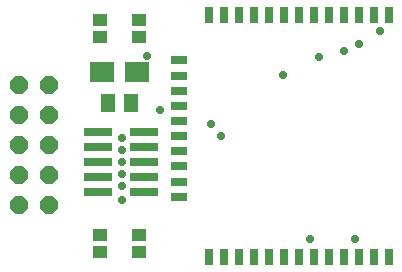
<source format=gts>
G04 EAGLE Gerber RS-274X export*
G75*
%MOMM*%
%FSLAX34Y34*%
%LPD*%
%INSoldermask Top*%
%IPPOS*%
%AMOC8*
5,1,8,0,0,1.08239X$1,22.5*%
G01*
%ADD10R,2.150000X1.800000*%
%ADD11P,1.640903X8X112.500000*%
%ADD12R,1.422400X0.711200*%
%ADD13R,0.711200X1.422400*%
%ADD14R,1.300000X1.500000*%
%ADD15R,2.400000X0.760000*%
%ADD16R,1.150000X1.050000*%
%ADD17P,0.703554X8X22.500000*%


D10*
X114750Y169000D03*
X85250Y169000D03*
D11*
X14970Y56970D03*
X40370Y56970D03*
X14970Y82370D03*
X40370Y82370D03*
X14970Y107770D03*
X40370Y107770D03*
X14970Y133170D03*
X40370Y133170D03*
X14970Y158570D03*
X40370Y158570D03*
D12*
X150000Y76000D03*
X150000Y63300D03*
D13*
X188100Y12500D03*
X200800Y12500D03*
X213500Y12500D03*
X226200Y12500D03*
X238900Y12500D03*
X251600Y12500D03*
X264300Y12500D03*
X277000Y12500D03*
X289700Y12500D03*
X302400Y12500D03*
X200800Y217500D03*
X213500Y217500D03*
X226200Y217500D03*
X238900Y217500D03*
X251600Y217500D03*
X264300Y217500D03*
X277000Y217500D03*
X289700Y217500D03*
X302400Y217500D03*
X327800Y217500D03*
X327800Y12500D03*
X315100Y217500D03*
D12*
X150000Y89900D03*
X150000Y102600D03*
X150000Y115300D03*
X150000Y128000D03*
X150000Y140700D03*
X150000Y153400D03*
X150000Y166100D03*
D13*
X175400Y217500D03*
X188100Y217500D03*
D12*
X150000Y179400D03*
D13*
X175400Y12500D03*
X315100Y12500D03*
D14*
X109500Y143000D03*
X90500Y143000D03*
D15*
X81500Y118400D03*
X120500Y118400D03*
X81500Y105700D03*
X120500Y105700D03*
X81500Y93000D03*
X120500Y93000D03*
X81500Y80300D03*
X120500Y80300D03*
X81500Y67600D03*
X120500Y67600D03*
D16*
X83250Y213250D03*
X83250Y198750D03*
X116750Y198750D03*
X116750Y213250D03*
X116750Y16750D03*
X116750Y31250D03*
X83250Y31250D03*
X83250Y16750D03*
D17*
X320000Y204000D03*
X123000Y183000D03*
X177000Y125000D03*
X186000Y115000D03*
X102000Y73000D03*
X299000Y28000D03*
X134000Y137000D03*
X102000Y113000D03*
X303000Y193000D03*
X102000Y103000D03*
X290000Y187000D03*
X102000Y93000D03*
X269000Y182000D03*
X102000Y83000D03*
X238000Y167000D03*
X261000Y28000D03*
X102000Y61000D03*
M02*

</source>
